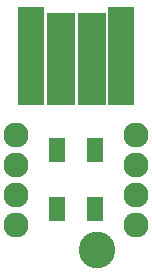
<source format=gbr>
G04 #@! TF.FileFunction,Soldermask,Top*
%FSLAX46Y46*%
G04 Gerber Fmt 4.6, Leading zero omitted, Abs format (unit mm)*
G04 Created by KiCad (PCBNEW 4.0.2-stable) date 2016 June 28, Tuesday 15:24:32*
%MOMM*%
G01*
G04 APERTURE LIST*
%ADD10C,0.100000*%
%ADD11R,1.400000X2.000000*%
%ADD12C,2.127200*%
%ADD13O,2.127200X2.127200*%
%ADD14R,2.300000X8.400000*%
%ADD15R,2.400000X7.900000*%
%ADD16C,3.100000*%
G04 APERTURE END LIST*
D10*
D11*
X159690000Y-105116000D03*
X162890000Y-105116000D03*
X159690000Y-100116000D03*
X162890000Y-100116000D03*
D12*
X166370000Y-106426000D03*
D13*
X166370000Y-103886000D03*
X166370000Y-101346000D03*
X166370000Y-98806000D03*
D12*
X156210000Y-106426000D03*
D13*
X156210000Y-103886000D03*
X156210000Y-101346000D03*
X156210000Y-98806000D03*
D14*
X157480000Y-92149000D03*
X165100000Y-92149000D03*
D15*
X162590000Y-92399000D03*
X159990000Y-92399000D03*
D16*
X163068000Y-108585000D03*
M02*

</source>
